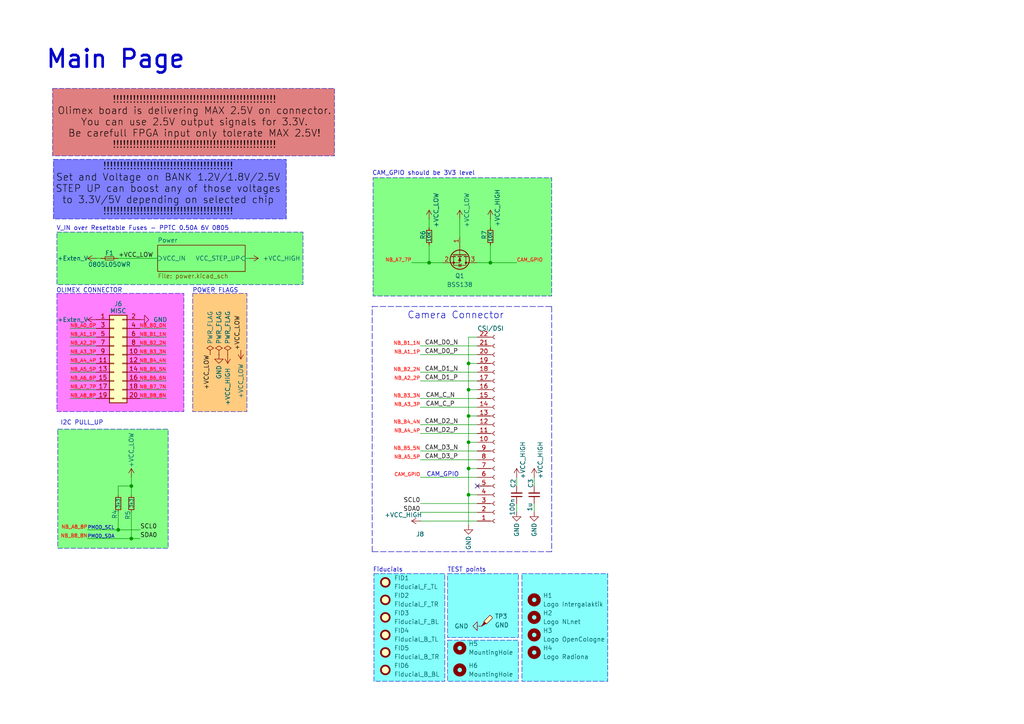
<source format=kicad_sch>
(kicad_sch (version 20231120) (generator "eeschema") (generator_version "8.0")
  (paper "A4")
  (title_block (title "${project_name} ${project_version}") (date "2024-12-02") (rev "${project_version}") (company "${project_creator}") (comment 1 "${project_license}"))
  (lib_symbols
    (symbol "Connector:Conn_01x22_Female" (pin_names (offset 1.016) hide)
      (property "Reference" "J" (at 0 27.94 0))
      (property "Value" "Conn_01x22_Female" (at 0 -30.48 0))
      (symbol "Conn_01x22_Female_1_1"
        (arc (start 0 -27.432) (mid -0.5058 -27.94) (end 0 -28.448) (stroke (width 0.1524)))
        (arc (start 0 -24.892) (mid -0.5058 -25.4) (end 0 -25.908) (stroke (width 0.1524)))
        (arc (start 0 -22.352) (mid -0.5058 -22.86) (end 0 -23.368) (stroke (width 0.1524)))
        (arc (start 0 -19.812) (mid -0.5058 -20.32) (end 0 -20.828) (stroke (width 0.1524)))
        (arc (start 0 -17.272) (mid -0.5058 -17.78) (end 0 -18.288) (stroke (width 0.1524)))
        (arc (start 0 -14.732) (mid -0.5058 -15.24) (end 0 -15.748) (stroke (width 0.1524)))
        (arc (start 0 -12.192) (mid -0.5058 -12.7) (end 0 -13.208) (stroke (width 0.1524)))
        (arc (start 0 -9.652) (mid -0.5058 -10.16) (end 0 -10.668) (stroke (width 0.1524)))
        (arc (start 0 -7.112) (mid -0.5058 -7.62) (end 0 -8.128) (stroke (width 0.1524)))
        (arc (start 0 -4.572) (mid -0.5058 -5.08) (end 0 -5.588) (stroke (width 0.1524)))
        (arc (start 0 -2.032) (mid -0.5058 -2.54) (end 0 -3.048) (stroke (width 0.1524)))
        (polyline (pts (xy -1.27 -27.94) (xy -0.508 -27.94)) (stroke (width 0.1524)))
        (polyline (pts (xy -1.27 -25.4) (xy -0.508 -25.4)) (stroke (width 0.1524)))
        (polyline (pts (xy -1.27 -22.86) (xy -0.508 -22.86)) (stroke (width 0.1524)))
        (polyline (pts (xy -1.27 -20.32) (xy -0.508 -20.32)) (stroke (width 0.1524)))
        (polyline (pts (xy -1.27 -17.78) (xy -0.508 -17.78)) (stroke (width 0.1524)))
        (polyline (pts (xy -1.27 -15.24) (xy -0.508 -15.24)) (stroke (width 0.1524)))
        (polyline (pts (xy -1.27 -12.7) (xy -0.508 -12.7)) (stroke (width 0.1524)))
        (polyline (pts (xy -1.27 -10.16) (xy -0.508 -10.16)) (stroke (width 0.1524)))
        (polyline (pts (xy -1.27 -7.62) (xy -0.508 -7.62)) (stroke (width 0.1524)))
        (polyline (pts (xy -1.27 -5.08) (xy -0.508 -5.08)) (stroke (width 0.1524)))
        (polyline (pts (xy -1.27 -2.54) (xy -0.508 -2.54)) (stroke (width 0.1524)))
        (polyline (pts (xy -1.27 0) (xy -0.508 0)) (stroke (width 0.1524)))
        (polyline (pts (xy -1.27 2.54) (xy -0.508 2.54)) (stroke (width 0.1524)))
        (polyline (pts (xy -1.27 5.08) (xy -0.508 5.08)) (stroke (width 0.1524)))
        (polyline (pts (xy -1.27 7.62) (xy -0.508 7.62)) (stroke (width 0.1524)))
        (polyline (pts (xy -1.27 10.16) (xy -0.508 10.16)) (stroke (width 0.1524)))
        (polyline (pts (xy -1.27 12.7) (xy -0.508 12.7)) (stroke (width 0.1524)))
        (polyline (pts (xy -1.27 15.24) (xy -0.508 15.24)) (stroke (width 0.1524)))
        (polyline (pts (xy -1.27 17.78) (xy -0.508 17.78)) (stroke (width 0.1524)))
        (polyline (pts (xy -1.27 20.32) (xy -0.508 20.32)) (stroke (width 0.1524)))
        (polyline (pts (xy -1.27 22.86) (xy -0.508 22.86)) (stroke (width 0.1524)))
        (polyline (pts (xy -1.27 25.4) (xy -0.508 25.4)) (stroke (width 0.1524)))
        (arc (start 0 0.508) (mid -0.5058 0) (end 0 -0.508) (stroke (width 0.1524)))
        (arc (start 0 3.048) (mid -0.5058 2.54) (end 0 2.032) (stroke (width 0.1524)))
        (arc (start 0 5.588) (mid -0.5058 5.08) (end 0 4.572) (stroke (width 0.1524)))
        (arc (start 0 8.128) (mid -0.5058 7.62) (end 0 7.112) (stroke (width 0.1524)))
        (arc (start 0 10.668) (mid -0.5058 10.16) (end 0 9.652) (stroke (width 0.1524)))
        (arc (start 0 13.208) (mid -0.5058 12.7) (end 0 12.192) (stroke (width 0.1524)))
        (arc (start 0 15.748) (mid -0.5058 15.24) (end 0 14.732) (stroke (width 0.1524)))
        (arc (start 0 18.288) (mid -0.5058 17.78) (end 0 17.272) (stroke (width 0.1524)))
        (arc (start 0 20.828) (mid -0.5058 20.32) (end 0 19.812) (stroke (width 0.1524)))
        (arc (start 0 23.368) (mid -0.5058 22.86) (end 0 22.352) (stroke (width 0.1524)))
        (arc (start 0 25.908) (mid -0.5058 25.4) (end 0 24.892) (stroke (width 0.1524)))
        (pin passive line (at -5.08 25.4 0) (length 3.81) (name "Pin_1") (number "1"))
        (pin passive line (at -5.08 2.54 0) (length 3.81) (name "Pin_10") (number "10"))
        (pin passive line (at -5.08 0 0) (length 3.81) (name "Pin_11") (number "11"))
        (pin passive line (at -5.08 -2.54 0) (length 3.81) (name "Pin_12") (number "12"))
        (pin passive line (at -5.08 -5.08 0) (length 3.81) (name "Pin_13") (number "13"))
        (pin passive line (at -5.08 -7.62 0) (length 3.81) (name "Pin_14") (number "14"))
        (pin passive line (at -5.08 -10.16 0) (length 3.81) (name "Pin_15") (number "15"))
        (pin passive line (at -5.08 -12.7 0) (length 3.81) (name "Pin_16") (number "16"))
        (pin passive line (at -5.08 -15.24 0) (length 3.81) (name "Pin_17") (number "17"))
        (pin passive line (at -5.08 -17.78 0) (length 3.81) (name "Pin_18") (number "18"))
        (pin passive line (at -5.08 -20.32 0) (length 3.81) (name "Pin_19") (number "19"))
        (pin passive line (at -5.08 22.86 0) (length 3.81) (name "Pin_2") (number "2"))
        (pin passive line (at -5.08 -22.86 0) (length 3.81) (name "Pin_20") (number "20"))
        (pin passive line (at -5.08 -25.4 0) (length 3.81) (name "Pin_21") (number "21"))
        (pin passive line (at -5.08 -27.94 0) (length 3.81) (name "Pin_22") (number "22"))
        (pin passive line (at -5.08 20.32 0) (length 3.81) (name "Pin_3") (number "3"))
        (pin passive line (at -5.08 17.78 0) (length 3.81) (name "Pin_4") (number "4"))
        (pin passive line (at -5.08 15.24 0) (length 3.81) (name "Pin_5") (number "5"))
        (pin passive line (at -5.08 12.7 0) (length 3.81) (name "Pin_6") (number "6"))
        (pin passive line (at -5.08 10.16 0) (length 3.81) (name "Pin_7") (number "7"))
        (pin passive line (at -5.08 7.62 0) (length 3.81) (name "Pin_8") (number "8"))
        (pin passive line (at -5.08 5.08 0) (length 3.81) (name "Pin_9") (number "9"))
      )
    )
    (symbol "Connector:TestPoint_Probe" (pin_numbers hide) (pin_names (offset 0.762) hide)
      (property "Reference" "TP" (at 1.651 5.842 0))
      (property "Value" "TestPoint_Probe" (at 1.651 4.064 0))
      (symbol "TestPoint_Probe_0_1"
        (polyline (pts (xy 1.27 0.762) (xy 0 0) (xy 0.762 1.27) (xy 1.27 0.762)) (fill (type outline)))
        (polyline (pts (xy 1.397 0.635) (xy 0.635 1.397) (xy 2.413 3.175) (xy 3.175 2.413) (xy 1.397 0.635)) (fill (type background)))
      )
      (symbol "TestPoint_Probe_1_1"
        (pin passive line (at 0 0 90) (length 0) (name "1") (number "1"))
      )
    )
    (symbol "Connector_Generic:Conn_02x10_Odd_Even" (pin_names (offset 1.016) hide)
      (property "Reference" "J" (at 1.27 12.7 0))
      (property "Value" "Conn_02x10_Odd_Even" (at 1.27 -15.24 0))
      (symbol "Conn_02x10_Odd_Even_1_1"
        (rectangle (start -1.27 -12.573) (end 0 -12.827) (stroke (width 0.1524)))
        (rectangle (start -1.27 -10.033) (end 0 -10.287) (stroke (width 0.1524)))
        (rectangle (start -1.27 -7.493) (end 0 -7.747) (stroke (width 0.1524)))
        (rectangle (start -1.27 -4.953) (end 0 -5.207) (stroke (width 0.1524)))
        (rectangle (start -1.27 -2.413) (end 0 -2.667) (stroke (width 0.1524)))
        (rectangle (start -1.27 0.127) (end 0 -0.127) (stroke (width 0.1524)))
        (rectangle (start -1.27 2.667) (end 0 2.413) (stroke (width 0.1524)))
        (rectangle (start -1.27 5.207) (end 0 4.953) (stroke (width 0.1524)))
        (rectangle (start -1.27 7.747) (end 0 7.493) (stroke (width 0.1524)))
        (rectangle (start -1.27 10.287) (end 0 10.033) (stroke (width 0.1524)))
        (rectangle (start -1.27 11.43) (end 3.81 -13.97) (stroke (width 0.254)) (fill (type background)))
        (rectangle (start 3.81 -12.573) (end 2.54 -12.827) (stroke (width 0.1524)))
        (rectangle (start 3.81 -10.033) (end 2.54 -10.287) (stroke (width 0.1524)))
        (rectangle (start 3.81 -7.493) (end 2.54 -7.747) (stroke (width 0.1524)))
        (rectangle (start 3.81 -4.953) (end 2.54 -5.207) (stroke (width 0.1524)))
        (rectangle (start 3.81 -2.413) (end 2.54 -2.667) (stroke (width 0.1524)))
        (rectangle (start 3.81 0.127) (end 2.54 -0.127) (stroke (width 0.1524)))
        (rectangle (start 3.81 2.667) (end 2.54 2.413) (stroke (width 0.1524)))
        (rectangle (start 3.81 5.207) (end 2.54 4.953) (stroke (width 0.1524)))
        (rectangle (start 3.81 7.747) (end 2.54 7.493) (stroke (width 0.1524)))
        (rectangle (start 3.81 10.287) (end 2.54 10.033) (stroke (width 0.1524)))
        (pin passive line (at -5.08 10.16 0) (length 3.81) (name "Pin_1") (number "1"))
        (pin passive line (at 7.62 0 180) (length 3.81) (name "Pin_10") (number "10"))
        (pin passive line (at -5.08 -2.54 0) (length 3.81) (name "Pin_11") (number "11"))
        (pin passive line (at 7.62 -2.54 180) (length 3.81) (name "Pin_12") (number "12"))
        (pin passive line (at -5.08 -5.08 0) (length 3.81) (name "Pin_13") (number "13"))
        (pin passive line (at 7.62 -5.08 180) (length 3.81) (name "Pin_14") (number "14"))
        (pin passive line (at -5.08 -7.62 0) (length 3.81) (name "Pin_15") (number "15"))
        (pin passive line (at 7.62 -7.62 180) (length 3.81) (name "Pin_16") (number "16"))
        (pin passive line (at -5.08 -10.16 0) (length 3.81) (name "Pin_17") (number "17"))
        (pin passive line (at 7.62 -10.16 180) (length 3.81) (name "Pin_18") (number "18"))
        (pin passive line (at -5.08 -12.7 0) (length 3.81) (name "Pin_19") (number "19"))
        (pin passive line (at 7.62 10.16 180) (length 3.81) (name "Pin_2") (number "2"))
        (pin passive line (at 7.62 -12.7 180) (length 3.81) (name "Pin_20") (number "20"))
        (pin passive line (at -5.08 7.62 0) (length 3.81) (name "Pin_3") (number "3"))
        (pin passive line (at 7.62 7.62 180) (length 3.81) (name "Pin_4") (number "4"))
        (pin passive line (at -5.08 5.08 0) (length 3.81) (name "Pin_5") (number "5"))
        (pin passive line (at 7.62 5.08 180) (length 3.81) (name "Pin_6") (number "6"))
        (pin passive line (at -5.08 2.54 0) (length 3.81) (name "Pin_7") (number "7"))
        (pin passive line (at 7.62 2.54 180) (length 3.81) (name "Pin_8") (number "8"))
        (pin passive line (at -5.08 0 0) (length 3.81) (name "Pin_9") (number "9"))
      )
    )
    (symbol "Device:C_Small" (pin_numbers hide) (pin_names (offset 0.254) hide)
      (property "Reference" "C" (at 0.254 1.778 0))
      (property "Value" "C_Small" (at 0.254 -2.032 0))
      (symbol "C_Small_0_1"
        (polyline (pts (xy -1.524 -0.508) (xy 1.524 -0.508)) (stroke (width 0.3302)))
        (polyline (pts (xy -1.524 0.508) (xy 1.524 0.508)) (stroke (width 0.3048)))
      )
      (symbol "C_Small_1_1"
        (pin passive line (at 0 2.54 270) (length 2.032) (name "~") (number "1"))
        (pin passive line (at 0 -2.54 90) (length 2.032) (name "~") (number "2"))
      )
    )
    (symbol "Device:Fuse_Small" (pin_numbers hide) (pin_names (offset 0.254) hide)
      (property "Reference" "F" (at 0 -1.524 0))
      (property "Value" "Fuse_Small" (at 0 1.524 0))
      (symbol "Fuse_Small_0_1"
        (rectangle (start -1.27 0.508) (end 1.27 -0.508))
        (polyline (pts (xy -1.27 0) (xy 1.27 0)))
      )
      (symbol "Fuse_Small_1_1"
        (pin passive line (at -2.54 0 0) (length 1.27) (name "~") (number "1"))
        (pin passive line (at 2.54 0 180) (length 1.27) (name "~") (number "2"))
      )
    )
    (symbol "Device:R_Small" (pin_numbers hide) (pin_names (offset 0.254) hide)
      (property "Reference" "R" (at 0.762 0.508 0))
      (property "Value" "R_Small" (at 0.762 -1.016 0))
      (symbol "R_Small_0_1"
        (rectangle (start -0.762 1.778) (end 0.762 -1.778) (stroke (width 0.2032)))
      )
      (symbol "R_Small_1_1"
        (pin passive line (at 0 2.54 270) (length 0.762) (name "~") (number "1"))
        (pin passive line (at 0 -2.54 90) (length 0.762) (name "~") (number "2"))
      )
    )
    (symbol "Mechanical:Fiducial" (exclude_from_sim yes) (in_bom no)
      (property "Reference" "FID" (at 0 5.08 0))
      (property "Value" "Fiducial" (at 0 3.175 0))
      (symbol "Fiducial_0_1"
        (circle (center 0 0) (radius 1.27) (stroke (width 0.508)) (fill (type background)))
      )
    )
    (symbol "Mechanical:MountingHole" (pin_names (offset 1.016)) (exclude_from_sim yes) (in_bom no)
      (property "Reference" "H" (at 0 5.08 0))
      (property "Value" "MountingHole" (at 0 3.175 0))
      (symbol "MountingHole_0_1"
        (circle (center 0 0) (radius 1.27) (stroke (width 1.27)))
      )
    )
    (symbol "Transistor_FET:BSS138" (pin_names hide)
      (property "Reference" "Q" (at 5.08 1.905 0))
      (property "Value" "BSS138" (at 5.08 0 0))
      (symbol "BSS138_0_1"
        (polyline (pts (xy 0.254 0) (xy -2.54 0)))
        (polyline (pts (xy 0.254 1.905) (xy 0.254 -1.905)) (stroke (width 0.254)))
        (polyline (pts (xy 0.762 -1.27) (xy 0.762 -2.286)) (stroke (width 0.254)))
        (polyline (pts (xy 0.762 0.508) (xy 0.762 -0.508)) (stroke (width 0.254)))
        (polyline (pts (xy 0.762 2.286) (xy 0.762 1.27)) (stroke (width 0.254)))
        (polyline (pts (xy 2.54 2.54) (xy 2.54 1.778)))
        (polyline (pts (xy 2.54 -2.54) (xy 2.54 0) (xy 0.762 0)))
        (polyline (pts (xy 0.762 -1.778) (xy 3.302 -1.778) (xy 3.302 1.778) (xy 0.762 1.778)))
        (polyline (pts (xy 1.016 0) (xy 2.032 0.381) (xy 2.032 -0.381) (xy 1.016 0)) (fill (type outline)))
        (polyline (pts (xy 2.794 0.508) (xy 2.921 0.381) (xy 3.683 0.381) (xy 3.81 0.254)))
        (polyline (pts (xy 3.302 0.381) (xy 2.921 -0.254) (xy 3.683 -0.254) (xy 3.302 0.381)))
        (circle (center 1.651 0) (radius 2.794) (stroke (width 0.254)))
        (circle (center 2.54 -1.778) (radius 0.254) (fill (type outline)))
        (circle (center 2.54 1.778) (radius 0.254) (fill (type outline)))
      )
      (symbol "BSS138_1_1"
        (pin input line (at -5.08 0 0) (length 2.54) (name "G") (number "1"))
        (pin passive line (at 2.54 -5.08 90) (length 2.54) (name "S") (number "2"))
        (pin passive line (at 2.54 5.08 270) (length 2.54) (name "D") (number "3"))
      )
    )
    (symbol "power:+2V5" (power) (pin_numbers hide) (pin_names (offset 0) hide)
      (property "Value" "+2V5" (at 0 3.556 0))
      (symbol "+2V5_0_1"
        (polyline (pts (xy -0.762 1.27) (xy 0 2.54)))
        (polyline (pts (xy 0 0) (xy 0 2.54)))
        (polyline (pts (xy 0 2.54) (xy 0.762 1.27)))
      )
      (symbol "+2V5_1_1"
        (pin power_in line (at 0 0 90) (length 0) (name "~") (number "1"))
      )
    )
    (symbol "power:GND" (power) (pin_numbers hide) (pin_names (offset 0) hide)
      (property "Value" "GND" (at 0 -3.81 0))
      (symbol "GND_0_1"
        (polyline (pts (xy 0 0) (xy 0 -1.27) (xy 1.27 -1.27) (xy 0 -2.54) (xy -1.27 -1.27) (xy 0 -1.27)))
      )
      (symbol "GND_1_1"
        (pin power_in line (at 0 0 270) (length 0) (name "~") (number "1"))
      )
    )
    (symbol "power:PWR_FLAG" (power) (pin_numbers hide) (pin_names (offset 0) hide)
      (property "Value" "PWR_FLAG" (at 0 3.81 0))
      (symbol "PWR_FLAG_0_0"
        (pin power_out line (at 0 0 90) (length 0) (name "~") (number "1"))
      )
      (symbol "PWR_FLAG_0_1"
        (polyline (pts (xy 0 0) (xy 0 1.27) (xy -1.016 1.905) (xy 0 2.54) (xy 1.016 1.905) (xy 0 1.27)))
      )
    )
  )
  (junction (at 135.89 128.27))
  (junction (at 135.89 105.41))
  (junction (at 142.24 76.2))
  (junction (at 34.29 153.67))
  (junction (at 135.89 143.51))
  (junction (at 135.89 135.89))
  (junction (at 38.1 156.21))
  (junction (at 135.89 120.65))
  (junction (at 124.46 76.2))
  (junction (at 135.89 113.03))
  (junction (at 38.1 140.97))
  (no_connect (at 138.43 140.97))
  (wire (pts (xy 154.94 146.05) (xy 154.94 148.59)))
  (wire (pts (xy 34.29 140.97) (xy 38.1 140.97)))
  (wire (pts (xy 121.92 115.57) (xy 138.43 115.57)))
  (wire (pts (xy 135.89 97.79) (xy 135.89 105.41)))
  (wire (pts (xy 135.89 120.65) (xy 135.89 128.27)))
  (wire (pts (xy 40.64 113.03) (xy 48.26 113.03)))
  (wire (pts (xy 34.29 74.93) (xy 45.72 74.93)))
  (wire (pts (xy 40.64 107.95) (xy 48.26 107.95)))
  (wire (pts (xy 135.89 135.89) (xy 135.89 143.51)))
  (wire (pts (xy 121.92 107.95) (xy 138.43 107.95)))
  (wire (pts (xy 34.29 143.51) (xy 34.29 140.97)))
  (wire (pts (xy 149.86 146.05) (xy 149.86 148.59)))
  (wire (pts (xy 121.92 123.19) (xy 138.43 123.19)))
  (wire (pts (xy 20.32 110.49) (xy 27.94 110.49)))
  (wire (pts (xy 138.43 138.43) (xy 121.92 138.43)))
  (wire (pts (xy 133.35 63.5) (xy 133.35 68.58)))
  (wire (pts (xy 20.32 107.95) (xy 27.94 107.95)))
  (wire (pts (xy 72.39 74.93) (xy 71.12 74.93)))
  (wire (pts (xy 38.1 148.59) (xy 38.1 156.21)))
  (wire (pts (xy 135.89 128.27) (xy 138.43 128.27)))
  (polyline (pts (xy 160.02 160.02) (xy 107.95 160.02)) (stroke (width 0) (type dash)))
  (wire (pts (xy 135.89 135.89) (xy 138.43 135.89)))
  (wire (pts (xy 34.29 148.59) (xy 34.29 153.67)))
  (wire (pts (xy 135.89 143.51) (xy 135.89 152.4)))
  (wire (pts (xy 135.89 143.51) (xy 138.43 143.51)))
  (wire (pts (xy 20.32 102.87) (xy 27.94 102.87)))
  (wire (pts (xy 124.46 66.04) (xy 124.46 63.5)))
  (wire (pts (xy 138.43 97.79) (xy 135.89 97.79)))
  (wire (pts (xy 135.89 105.41) (xy 138.43 105.41)))
  (wire (pts (xy 40.64 105.41) (xy 48.26 105.41)))
  (wire (pts (xy 40.64 102.87) (xy 48.26 102.87)))
  (polyline (pts (xy 107.95 160.02) (xy 107.95 88.9)) (stroke (width 0) (type dash)))
  (wire (pts (xy 121.92 133.35) (xy 138.43 133.35)))
  (wire (pts (xy 20.32 113.03) (xy 27.94 113.03)))
  (wire (pts (xy 20.32 115.57) (xy 27.94 115.57)))
  (wire (pts (xy 124.46 71.12) (xy 124.46 76.2)))
  (wire (pts (xy 142.24 71.12) (xy 142.24 76.2)))
  (wire (pts (xy 121.92 100.33) (xy 138.43 100.33)))
  (wire (pts (xy 38.1 140.97) (xy 38.1 143.51)))
  (wire (pts (xy 40.64 100.33) (xy 48.26 100.33)))
  (wire (pts (xy 40.64 110.49) (xy 48.26 110.49)))
  (wire (pts (xy 121.92 130.81) (xy 138.43 130.81)))
  (wire (pts (xy 135.89 113.03) (xy 135.89 120.65)))
  (wire (pts (xy 38.1 138.43) (xy 38.1 140.97)))
  (wire (pts (xy 40.64 95.25) (xy 48.26 95.25)))
  (wire (pts (xy 20.32 100.33) (xy 27.94 100.33)))
  (wire (pts (xy 40.64 115.57) (xy 48.26 115.57)))
  (polyline (pts (xy 160.02 88.9) (xy 160.02 160.02)) (stroke (width 0) (type dash)))
  (wire (pts (xy 124.46 76.2) (xy 128.27 76.2)))
  (wire (pts (xy 34.29 153.67) (xy 40.64 153.67)))
  (wire (pts (xy 20.32 95.25) (xy 27.94 95.25)))
  (polyline (pts (xy 107.95 88.9) (xy 160.02 88.9)) (stroke (width 0) (type dash)))
  (wire (pts (xy 121.92 125.73) (xy 138.43 125.73)))
  (wire (pts (xy 119.38 76.2) (xy 124.46 76.2)))
  (wire (pts (xy 25.4 153.67) (xy 34.29 153.67)))
  (wire (pts (xy 142.24 76.2) (xy 149.86 76.2)))
  (wire (pts (xy 27.94 74.93) (xy 29.21 74.93)))
  (wire (pts (xy 154.94 138.43) (xy 154.94 140.97)))
  (wire (pts (xy 121.92 118.11) (xy 138.43 118.11)))
  (wire (pts (xy 25.4 156.21) (xy 38.1 156.21)))
  (wire (pts (xy 138.43 76.2) (xy 142.24 76.2)))
  (wire (pts (xy 142.24 66.04) (xy 142.24 63.5)))
  (wire (pts (xy 40.64 97.79) (xy 48.26 97.79)))
  (wire (pts (xy 138.43 151.13) (xy 121.92 151.13)))
  (wire (pts (xy 135.89 113.03) (xy 138.43 113.03)))
  (wire (pts (xy 138.43 146.05) (xy 121.92 146.05)))
  (wire (pts (xy 135.89 128.27) (xy 135.89 135.89)))
  (wire (pts (xy 149.86 138.43) (xy 149.86 140.97)))
  (wire (pts (xy 38.1 156.21) (xy 40.64 156.21)))
  (wire (pts (xy 121.92 102.87) (xy 138.43 102.87)))
  (wire (pts (xy 135.89 105.41) (xy 135.89 113.03)))
  (wire (pts (xy 20.32 97.79) (xy 27.94 97.79)))
  (wire (pts (xy 20.32 105.41) (xy 27.94 105.41)))
  (wire (pts (xy 135.89 120.65) (xy 138.43 120.65)))
  (wire (pts (xy 138.43 148.59) (xy 121.92 148.59)))
  (wire (pts (xy 121.92 110.49) (xy 138.43 110.49)))
  (rectangle (start 108.458 166.37) (end 129.032 197.612) (stroke (width 0.127) (type dash)) (fill (type color) (color 0 255 246 0.48)))
  (rectangle (start 151.384 166.37) (end 176.276 197.612) (stroke (width 0.127) (type dash)) (fill (type color) (color 0 255 246 0.48)))
  (rectangle (start 16.764 124.46) (end 48.768 159.004) (stroke (width 0.127) (type dash)) (fill (type color) (color 2 255 0 0.48)))
  (rectangle (start 16.51 67.31) (end 87.884 82.55) (stroke (width 0.127) (type dash)) (fill (type color) (color 0 255 0 0.5)))
  (rectangle (start 16.51 85.09) (end 53.34 119.38) (stroke (width 0.127) (type dash)) (fill (type color) (color 255 0 255 0.5)))
  (rectangle (start 129.794 185.674) (end 150.368 197.612) (stroke (width 0.127) (type dash)) (fill (type color) (color 0 255 246 0.48)))
  (rectangle (start 108.204 51.562) (end 160.02 85.852) (stroke (width 0.127) (type dash)) (fill (type color) (color 2 255 0 0.48)))
  (rectangle (start 129.794 166.37) (end 150.368 184.912) (stroke (width 0.127) (type dash)) (fill (type color) (color 0 255 246 0.48)))
  (rectangle (start 55.88 85.09) (end 71.628 119.38) (stroke (width 0.127) (type dash)) (fill (type color) (color 255 153 0 0.5)))
  (rectangle (start 15.494 46.228) (end 83.058 63.5) (stroke (width 0.127) (type dash)) (fill (type color) (color 0 0 255 0.5)))
  (rectangle (start 15.24 25.654) (end 97.028 45.212) (stroke (width 0.127) (type dash)) (fill (type color) (color 194 0 0 0.5)))
  (text "Camera Connector" (at 118.11 92.71 0) (effects (font (size 2.0066 2.0066)) (justify left bottom)))
  (text "TEST points" (at 135.382 165.354 0) (effects (font (size 1.27 1.27))))
  (text "I2C PULL_UP" (at 17.526 123.444 0) (effects (font (size 1.27 1.27)) (justify left bottom)))
  (text "POWER FLAGS" (at 62.484 84.328 0) (effects (font (size 1.27 1.27))))
  (text "V_IN over Resettable Fuses - PPTC 0.50A 6V 0805" (at 41.402 66.294 0) (effects (font (size 1.27 1.27))))
  (text "!!!!!!!!!!!!!!!!!!!!!!!!!!!!!!!!!!!!!!!!!!!!!!!!!\nOlimex board is delivering MAX 2.5V on connector.\nYou can use 2.5V output signals for 3.3V.\nBe carefull FPGA input only tolerate MAX 2.5V!\n!!!!!!!!!!!!!!!!!!!!!!!!!!!!!!!!!!!!!!!!!!!!!!!!!" (at 56.388 35.56 0) (effects (font (size 2.032 2.032))))
  (text "CAM_GPIO should be 3V3 level" (at 107.95 51.054 0) (effects (font (size 1.27 1.27)) (justify left bottom)))
  (text "PMOD_SCL" (at 33.274 153.162 0) (effects (font (size 1 1)) (justify right)))
  (text "Fiducials" (at 112.522 165.354 0) (effects (font (size 1.27 1.27))))
  (text "CAM_GPIO" (at 123.698 138.43 0) (effects (font (size 1.27 1.27)) (justify left bottom)))
  (text "OLIMEX CONNECTOR" (at 25.908 84.328 0) (effects (font (size 1.27 1.27))))
  (text "PMOD_SDA" (at 33.274 155.702 0) (effects (font (size 1 1)) (justify right)))
  (text "Main Page" (at 33.528 17.272 0) (effects (font (size 5.08 5.08) (thickness 0.762) (bold yes))))
  (text "!!!!!!!!!!!!!!!!!!!!!!!!!!!!!!!!!!!!!!!\nSet and Voltage on BANK 1.2V/1.8V/2.5V\nSTEP UP can boost any of those voltages\nto 3.3V/5V depending on selected chip\n!!!!!!!!!!!!!!!!!!!!!!!!!!!!!!!!!!!!!!!\n" (at 48.768 54.864 0) (effects (font (size 2.032 2.032))))
  (label "CAM_C_N" (at 123.444 115.57 0))
  (label "NB_B1_1N" (at 121.92 100.33 180) (effects (font (size 1.016 1.016))))
  (label "NB_B5_5N" (at 48.26 107.95 180) (effects (font (size 1.016 1.016))))
  (label "NB_A7_7P" (at 20.32 113.03 0) (effects (font (size 1.016 1.016))))
  (label "NB_B4_4N" (at 48.26 105.41 180) (effects (font (size 1.016 1.016))))
  (label "NB_A8_8P" (at 20.32 115.57 0) (effects (font (size 1.016 1.016))))
  (label "CAM_GPIO" (at 121.92 138.43 180) (effects (font (size 1.016 1.016))))
  (label "CAM_D2_N" (at 123.19 123.19 0))
  (label "CAM_D1_N" (at 123.19 107.95 0))
  (label "CAM_D3_N" (at 123.19 130.81 0))
  (label "CAM_D3_P" (at 123.19 133.35 0))
  (label "CAM_D0_P" (at 123.19 102.87 0))
  (label "NB_B4_4N" (at 121.92 123.19 180) (effects (font (size 1.016 1.016))))
  (label "NB_A5_5P" (at 121.92 133.35 180) (effects (font (size 1.016 1.016))))
  (label "+VCC_LOW" (at 69.85 101.6 90))
  (label "NB_B8_8N" (at 48.26 115.57 180) (effects (font (size 1.016 1.016))))
  (label "NB_B3_3N" (at 121.92 115.57 180) (effects (font (size 1.016 1.016))))
  (label "NB_A6_6P" (at 20.32 110.49 0) (effects (font (size 1.016 1.016))))
  (label "NB_A5_5P" (at 20.32 107.95 0) (effects (font (size 1.016 1.016))))
  (label "NB_A2_2P" (at 20.32 100.33 0) (effects (font (size 1.016 1.016))))
  (label "NB_A0_0P" (at 20.32 95.25 0) (effects (font (size 1.016 1.016))))
  (label "NB_A3_3P" (at 121.92 118.11 180) (effects (font (size 1.016 1.016))))
  (label "CAM_C_P" (at 123.444 118.11 0))
  (label "+VCC_LOW" (at 60.96 102.87 270))
  (label "NB_B2_2N" (at 48.26 100.33 180) (effects (font (size 1.016 1.016))))
  (label "NB_B6_6N" (at 48.26 110.49 180) (effects (font (size 1.016 1.016))))
  (label "NB_B7_7N" (at 48.26 113.03 180) (effects (font (size 1.016 1.016))))
  (label "SDA0" (at 40.64 156.21 0))
  (label "NB_A1_1P" (at 20.32 97.79 0) (effects (font (size 1.016 1.016))))
  (label "NB_A1_1P" (at 121.92 102.87 180) (effects (font (size 1.016 1.016))))
  (label "+VCC_LOW" (at 34.29 74.93 0))
  (label "NB_A4_4P" (at 121.92 125.73 180) (effects (font (size 1.016 1.016))))
  (label "NB_B1_1N" (at 48.26 97.79 180) (effects (font (size 1.016 1.016))))
  (label "NB_A4_4P" (at 20.32 105.41 0) (effects (font (size 1.016 1.016))))
  (label "NB_B3_3N" (at 48.26 102.87 180) (effects (font (size 1.016 1.016))))
  (label "CAM_D2_P" (at 123.19 125.73 0))
  (label "CAM_GPIO" (at 149.86 76.2 0) (effects (font (size 1.016 1.016))))
  (label "NB_A3_3P" (at 20.32 102.87 0) (effects (font (size 1.016 1.016))))
  (label "CAM_D0_N" (at 123.19 100.33 0))
  (label "SDA0" (at 121.92 148.59 180))
  (label "CAM_D1_P" (at 123.19 110.49 0))
  (label "NB_A7_7P" (at 119.38 76.2 180) (effects (font (size 1.016 1.016))))
  (label "NB_B0_0N" (at 48.26 95.25 180) (effects (font (size 1.016 1.016))))
  (label "NB_B5_5N" (at 121.92 130.81 180) (effects (font (size 1.016 1.016))))
  (label "NB_A2_2P" (at 121.92 110.49 180) (effects (font (size 1.016 1.016))))
  (label "SCL0" (at 121.92 146.05 180))
  (label "NB_B8_8N" (at 25.4 156.21 180) (effects (font (size 1.016 1.016))))
  (label "SCL0" (at 40.64 153.67 0))
  (label "NB_A8_8P" (at 25.4 153.67 180) (effects (font (size 1.016 1.016))))
  (label "NB_B2_2N" (at 121.92 107.95 180) (effects (font (size 1.016 1.016))))
  (symbol (lib_id "Connector:Conn_01x22_Female") (at 143.51 125.73 0) (mirror x) (unit 1)
    (property "Reference" "J8" (at 120.65 154.94 0) (effects (justify left)))
    (property "Value" "CSI/DSI" (at 138.43 95.25 0) (effects (justify left)))
    (property "Footprint" "Connector_FFC-FPC:Hirose_FH12-22S-0.5SH_1x22-1MP_P0.50mm_Horizontal" (effects (hide yes)))
    (property "Field4" "Mouser" (effects (hide yes)))
    (property "Field5" "798-FH12-22S-0.5SH55" (effects (hide yes)))
    (property "Field6" "FH12-22S-0.5SH55" (effects (hide yes)))
    (property "Field7" "Hirose" (effects (hide yes)))
    (property "Part Description" "22 Position FFC, FPC Connector Contacts, Bottom 0.020\" (0.50mm) Surface Mount, Right Angle" (effects (hide yes)))
  )
  (symbol (lib_id "Mechanical:Fiducial") (at 111.76 189.23 0) (unit 1) (exclude_from_sim yes) (in_bom no)
    (property "Reference" "FID5" (at 114.3 187.9599 0) (effects (justify left)))
    (property "Value" "Fiducial_B_TR" (at 114.3 190.4999 0) (effects (justify left)))
    (property "Footprint" "Fiducial:Fiducial_0.5mm_Mask1mm" (effects (hide yes)))
    (property "Description" "Fiducial Marker" (effects (hide yes)))
  )
  (symbol (lib_id "power:GND") (at 63.5 102.87 0) (unit 1)
    (property "Reference" "#PWR012" (effects (hide yes)))
    (property "Value" "GND" (at 63.5 107.95 90))
    (property "Description" "Power symbol creates a global label with name \"GND\" , ground" (effects (hide yes)))
  )
  (symbol (lib_id "power:+2V5") (at 124.46 63.5 0) (unit 1)
    (property "Reference" "#PWR019" (effects (hide yes)))
    (property "Value" "+VCC_LOW" (at 126.492 66.04 90) (effects (justify left)))
    (property "Description" "Power symbol creates a global label with name \"+2V5\"" (effects (hide yes)))
  )
  (symbol (lib_id "Mechanical:MountingHole") (at 154.94 173.99 0) (unit 1) (exclude_from_sim yes) (in_bom no)
    (property "Reference" "H1" (at 157.48 172.7199 0) (effects (justify left)))
    (property "Value" "Logo Intergalaktik" (at 157.48 175.2599 0) (effects (justify left)))
    (property "Footprint" "intergalaktik:intergalaktik" (effects (hide yes)))
    (property "Description" "Mounting Hole without connection" (effects (hide yes)))
  )
  (symbol (lib_id "power:+2V5") (at 154.94 138.43 0) (unit 1)
    (property "Reference" "#PWR022" (effects (hide yes)))
    (property "Value" "+VCC_HIGH" (at 156.718 138.938 90) (effects (justify left)))
    (property "Description" "Power symbol creates a global label with name \"+2V5\"" (effects (hide yes)))
  )
  (symbol (lib_id "power:GND") (at 139.7 181.61 270) (unit 1)
    (property "Reference" "#PWR05" (effects (hide yes)))
    (property "Value" "GND" (at 135.89 181.6099 90) (effects (justify right)))
    (property "Description" "Power symbol creates a global label with name \"GND\" , ground" (effects (hide yes)))
  )
  (symbol (lib_id "Device:C_Small") (at 149.86 143.51 180) (unit 1)
    (property "Reference" "C2" (at 148.844 140.208 90))
    (property "Value" "100n" (at 148.59 147.066 90))
    (property "Footprint" "Capacitor_SMD:C_0402_1005Metric" (effects (hide yes)))
    (property "Description" "Unpolarized capacitor, small symbol" (effects (hide yes)))
  )
  (symbol (lib_id "Transistor_FET:BSS138") (at 133.35 73.66 270) (unit 1)
    (property "Reference" "Q1" (at 133.35 80.01 90))
    (property "Value" "BSS138" (at 133.35 82.55 90))
    (property "Footprint" "Package_TO_SOT_SMD:SOT-23" (effects (hide yes)))
    (property "Datasheet" "https://www.onsemi.com/pub/Collateral/BSS138-D.PDF" (effects (hide yes)))
    (property "Description" "50V Vds, 0.22A Id, N-Channel MOSFET, SOT-23" (effects (hide yes)))
  )
  (symbol (lib_id "power:GND") (at 135.89 152.4 0) (unit 1)
    (property "Reference" "#PWR017" (effects (hide yes)))
    (property "Value" "GND" (at 135.89 157.48 90))
    (property "Description" "Power symbol creates a global label with name \"GND\" , ground" (effects (hide yes)))
  )
  (symbol (lib_id "power:+2V5") (at 72.39 74.93 270) (unit 1)
    (property "Reference" "#PWR010" (effects (hide yes)))
    (property "Value" "+VCC_HIGH" (at 76.2 74.9299 90) (effects (justify left)))
    (property "Description" "Power symbol creates a global label with name \"+2V5\"" (effects (hide yes)))
  )
  (symbol (lib_id "power:+2V5") (at 69.85 101.6 180) (unit 1)
    (property "Reference" "#PWR011" (effects (hide yes)))
    (property "Value" "+VCC_LOW" (at 69.8501 105.41 90) (effects (justify left)))
    (property "Description" "Power symbol creates a global label with name \"+2V5\"" (effects (hide yes)))
  )
  (symbol (lib_id "Device:C_Small") (at 154.94 143.51 180) (unit 1)
    (property "Reference" "C3" (at 153.924 140.208 90))
    (property "Value" "1u" (at 153.67 147.066 90))
    (property "Footprint" "Capacitor_SMD:C_0603_1608Metric" (effects (hide yes)))
    (property "Description" "Unpolarized capacitor, small symbol" (effects (hide yes)))
  )
  (symbol (lib_id "power:+2V5") (at 121.92 151.13 90) (unit 1)
    (property "Reference" "#PWR013" (effects (hide yes)))
    (property "Value" "+VCC_HIGH" (at 122.428 149.352 90) (effects (justify left)))
    (property "Description" "Power symbol creates a global label with name \"+2V5\"" (effects (hide yes)))
  )
  (symbol (lib_id "power:+2V5") (at 149.86 138.43 0) (unit 1)
    (property "Reference" "#PWR018" (effects (hide yes)))
    (property "Value" "+VCC_HIGH" (at 151.638 138.938 90) (effects (justify left)))
    (property "Description" "Power symbol creates a global label with name \"+2V5\"" (effects (hide yes)))
  )
  (symbol (lib_id "power:+2V5") (at 66.04 102.87 180) (unit 1)
    (property "Reference" "#PWR014" (effects (hide yes)))
    (property "Value" "+VCC_HIGH" (at 66.0401 106.68 90) (effects (justify left)))
    (property "Description" "Power symbol creates a global label with name \"+2V5\"" (effects (hide yes)))
  )
  (symbol (lib_id "Mechanical:Fiducial") (at 111.76 168.91 0) (unit 1) (exclude_from_sim yes) (in_bom no)
    (property "Reference" "FID1" (at 114.3 167.6399 0) (effects (justify left)))
    (property "Value" "Fiducial_F_TL" (at 114.3 170.1799 0) (effects (justify left)))
    (property "Footprint" "Fiducial:Fiducial_0.5mm_Mask1mm" (effects (hide yes)))
    (property "Description" "Fiducial Marker" (effects (hide yes)))
  )
  (symbol (lib_id "power:GND") (at 154.94 148.59 0) (unit 1)
    (property "Reference" "#PWR024" (effects (hide yes)))
    (property "Value" "GND" (at 154.94 153.67 90))
    (property "Description" "Power symbol creates a global label with name \"GND\" , ground" (effects (hide yes)))
  )
  (symbol (lib_id "Mechanical:MountingHole") (at 133.35 194.31 0) (unit 1) (exclude_from_sim yes) (in_bom no)
    (property "Reference" "H6" (at 135.89 193.0399 0) (effects (justify left)))
    (property "Value" "MountingHole" (at 135.89 195.5799 0) (effects (justify left)))
    (property "Footprint" "MountingHole:MountingHole_2.2mm_M2" (effects (hide yes)))
    (property "Description" "Mounting Hole without connection" (effects (hide yes)))
  )
  (symbol (lib_id "Mechanical:MountingHole") (at 154.94 189.23 0) (unit 1) (exclude_from_sim yes) (in_bom no)
    (property "Reference" "H4" (at 157.48 187.9599 0) (effects (justify left)))
    (property "Value" "Logo Radiona" (at 157.48 190.4999 0) (effects (justify left)))
    (property "Footprint" "radiona:radiona_small" (effects (hide yes)))
    (property "Description" "Mounting Hole without connection" (effects (hide yes)))
  )
  (symbol (lib_id "power:PWR_FLAG") (at 60.96 102.87 0) (unit 1)
    (property "Reference" "#FLG01" (effects (hide yes)))
    (property "Value" "PWR_FLAG" (at 60.96 94.996 90))
    (property "Description" "Special symbol for telling ERC where power comes from" (effects (hide yes)))
  )
  (symbol (lib_id "Connector:TestPoint_Probe") (at 139.7 181.61 0) (unit 1)
    (property "Reference" "TP3" (at 143.51 178.7524 0) (effects (justify left)))
    (property "Value" "GND" (at 143.51 181.2924 0) (effects (justify left)))
    (property "Footprint" "TestPoint:TestPoint_Pad_D1.0mm" (effects (hide yes)))
    (property "Description" "test point (alternative probe-style design)" (effects (hide yes)))
  )
  (symbol (lib_id "Connector_Generic:Conn_02x10_Odd_Even") (at 33.02 102.87 0) (unit 1)
    (property "Reference" "J6" (at 34.29 88.138 0))
    (property "Value" "MISC" (at 34.29 90.17 0))
    (property "Footprint" "Connector_PinSocket_2.54mm:PinSocket_2x10_P2.54mm_Vertical_SMD" (effects (hide yes)))
    (property "Description" "Generic connector, double row, 02x10, odd/even pin numbering scheme (row 1 odd numbers, row 2 even numbers), script generated (kicad-library-utils/schlib/autogen/connector/)" (effects (hide yes)))
  )
  (symbol (lib_id "Device:R_Small") (at 124.46 68.58 180) (unit 1)
    (property "Reference" "R6" (at 122.682 66.802 90) (effects (justify left)))
    (property "Value" "10K" (at 124.46 67.056 90) (effects (font (size 1 1)) (justify left)))
    (property "Footprint" "Resistor_SMD:R_0402_1005Metric" (effects (hide yes)))
    (property "Description" "Resistor, small symbol" (effects (hide yes)))
    (property "MPN" " RC0603FR-071K1L" (effects (hide yes)))
    (property "Mouser" "603-RC0603FR-071K1L" (effects (hide yes)))
  )
  (symbol (lib_id "Mechanical:Fiducial") (at 111.76 179.07 0) (unit 1) (exclude_from_sim yes) (in_bom no)
    (property "Reference" "FID3" (at 114.3 177.7999 0) (effects (justify left)))
    (property "Value" "Fiducial_F_BL" (at 114.3 180.3399 0) (effects (justify left)))
    (property "Footprint" "Fiducial:Fiducial_0.5mm_Mask1mm" (effects (hide yes)))
    (property "Description" "Fiducial Marker" (effects (hide yes)))
  )
  (symbol (lib_id "power:+2V5") (at 38.1 138.43 0) (unit 1)
    (property "Reference" "#PWR01" (effects (hide yes)))
    (property "Value" "+VCC_LOW" (at 38.1 135.636 90) (effects (justify left)))
    (property "Description" "Power symbol creates a global label with name \"+2V5\"" (effects (hide yes)))
  )
  (symbol (lib_id "power:GND") (at 149.86 148.59 0) (unit 1)
    (property "Reference" "#PWR023" (effects (hide yes)))
    (property "Value" "GND" (at 149.86 153.67 90))
    (property "Description" "Power symbol creates a global label with name \"GND\" , ground" (effects (hide yes)))
  )
  (symbol (lib_id "Device:R_Small") (at 142.24 68.58 180) (unit 1)
    (property "Reference" "R7" (at 140.462 66.802 90) (effects (justify left)))
    (property "Value" "10K" (at 142.24 67.056 90) (effects (font (size 1 1)) (justify left)))
    (property "Footprint" "Resistor_SMD:R_0402_1005Metric" (effects (hide yes)))
    (property "Description" "Resistor, small symbol" (effects (hide yes)))
    (property "MPN" " RC0603FR-071K1L" (effects (hide yes)))
    (property "Mouser" "603-RC0603FR-071K1L" (effects (hide yes)))
  )
  (symbol (lib_id "power:PWR_FLAG") (at 63.5 102.87 0) (unit 1)
    (property "Reference" "#FLG02" (effects (hide yes)))
    (property "Value" "PWR_FLAG" (at 63.5 94.996 90))
    (property "Description" "Special symbol for telling ERC where power comes from" (effects (hide yes)))
  )
  (symbol (lib_id "Mechanical:MountingHole") (at 133.35 187.96 0) (unit 1) (exclude_from_sim yes) (in_bom no)
    (property "Reference" "H5" (at 135.89 186.6899 0) (effects (justify left)))
    (property "Value" "MountingHole" (at 135.89 189.2299 0) (effects (justify left)))
    (property "Footprint" "MountingHole:MountingHole_2.2mm_M2" (effects (hide yes)))
    (property "Description" "Mounting Hole without connection" (effects (hide yes)))
  )
  (symbol (lib_id "Mechanical:MountingHole") (at 154.94 179.07 0) (unit 1) (exclude_from_sim yes) (in_bom no)
    (property "Reference" "H2" (at 157.48 177.7999 0) (effects (justify left)))
    (property "Value" "Logo NLnet" (at 157.48 180.3399 0) (effects (justify left)))
    (property "Footprint" "nlnet:nlnet" (effects (hide yes)))
    (property "Description" "Mounting Hole without connection" (effects (hide yes)))
  )
  (symbol (lib_id "Mechanical:MountingHole") (at 154.94 184.15 0) (unit 1) (exclude_from_sim yes) (in_bom no)
    (property "Reference" "H3" (at 157.48 182.8799 0) (effects (justify left)))
    (property "Value" "Logo OpenCologne" (at 157.48 185.4199 0) (effects (justify left)))
    (property "Footprint" "Cologne:open_cologne_small" (effects (hide yes)))
    (property "Description" "Mounting Hole without connection" (effects (hide yes)))
  )
  (symbol (lib_id "Mechanical:Fiducial") (at 111.76 173.99 0) (unit 1) (exclude_from_sim yes) (in_bom no)
    (property "Reference" "FID2" (at 114.3 172.7199 0) (effects (justify left)))
    (property "Value" "Fiducial_F_TR" (at 114.3 175.2599 0) (effects (justify left)))
    (property "Footprint" "Fiducial:Fiducial_0.5mm_Mask1mm" (effects (hide yes)))
    (property "Description" "Fiducial Marker" (effects (hide yes)))
  )
  (symbol (lib_id "Mechanical:Fiducial") (at 111.76 194.31 0) (unit 1) (exclude_from_sim yes) (in_bom no)
    (property "Reference" "FID6" (at 114.3 193.0399 0) (effects (justify left)))
    (property "Value" "Fiducial_B_BL" (at 114.3 195.5799 0) (effects (justify left)))
    (property "Footprint" "Fiducial:Fiducial_0.5mm_Mask1mm" (effects (hide yes)))
    (property "Description" "Fiducial Marker" (effects (hide yes)))
  )
  (symbol (lib_id "Mechanical:Fiducial") (at 111.76 184.15 0) (unit 1) (exclude_from_sim yes) (in_bom no)
    (property "Reference" "FID4" (at 114.3 182.8799 0) (effects (justify left)))
    (property "Value" "Fiducial_B_TL" (at 114.3 185.4199 0) (effects (justify left)))
    (property "Footprint" "Fiducial:Fiducial_0.5mm_Mask1mm" (effects (hide yes)))
    (property "Description" "Fiducial Marker" (effects (hide yes)))
  )
  (symbol (lib_id "Device:R_Small") (at 38.1 146.05 180) (unit 1)
    (property "Reference" "R5" (at 37.084 148.082 90) (effects (justify left)))
    (property "Value" "3k3" (at 38.1 144.526 90) (effects (font (size 1 1)) (justify left)))
    (property "Footprint" "Resistor_SMD:R_0402_1005Metric" (effects (hide yes)))
    (property "Description" "Resistor, small symbol" (effects (hide yes)))
    (property "MPN" " RC0603FR-071K1L" (effects (hide yes)))
    (property "Mouser" "603-RC0603FR-071K1L" (effects (hide yes)))
  )
  (symbol (lib_id "power:PWR_FLAG") (at 66.04 102.87 0) (unit 1)
    (property "Reference" "#FLG03" (effects (hide yes)))
    (property "Value" "PWR_FLAG" (at 66.04 94.996 90))
    (property "Description" "Special symbol for telling ERC where power comes from" (effects (hide yes)))
  )
  (symbol (lib_id "Device:R_Small") (at 34.29 146.05 180) (unit 1)
    (property "Reference" "R4" (at 33.274 147.828 90) (effects (justify left)))
    (property "Value" "3k3" (at 34.29 144.526 90) (effects (font (size 1 1)) (justify left)))
    (property "Footprint" "Resistor_SMD:R_0402_1005Metric" (effects (hide yes)))
    (property "Description" "Resistor, small symbol" (effects (hide yes)))
    (property "MPN" " RC0603FR-071K1L" (effects (hide yes)))
    (property "Mouser" "603-RC0603FR-071K1L" (effects (hide yes)))
  )
  (symbol (lib_id "power:+2V5") (at 133.35 63.5 0) (unit 1)
    (property "Reference" "#PWR020" (effects (hide yes)))
    (property "Value" "+VCC_LOW" (at 135.382 66.04 90) (effects (justify left)))
    (property "Description" "Power symbol creates a global label with name \"+2V5\"" (effects (hide yes)))
  )
  (symbol (lib_id "power:+2V5") (at 27.94 92.71 90) (unit 1)
    (property "Reference" "#PWR08" (effects (hide yes)))
    (property "Value" "+Exten_V" (at 21.082 92.71 90))
    (property "Description" "Power symbol creates a global label with name \"+2V5\"" (effects (hide yes)))
  )
  (symbol (lib_id "power:GND") (at 40.64 92.71 90) (unit 1)
    (property "Reference" "#PWR09" (effects (hide yes)))
    (property "Value" "GND" (at 44.45 92.7099 90) (effects (justify right)))
    (property "Description" "Power symbol creates a global label with name \"GND\" , ground" (effects (hide yes)))
  )
  (symbol (lib_id "power:+2V5") (at 27.94 74.93 90) (unit 1)
    (property "Reference" "#PWR07" (effects (hide yes)))
    (property "Value" "+Exten_V" (at 21.082 74.93 90))
    (property "Description" "Power symbol creates a global label with name \"+2V5\"" (effects (hide yes)))
  )
  (symbol (lib_id "Device:Fuse_Small") (at 31.75 74.93 0) (unit 1)
    (property "Reference" "F1" (at 31.75 73.406 0))
    (property "Value" "0805L050WR" (at 31.75 76.708 0))
    (property "Footprint" "Fuse:Fuse_0805_2012Metric" (effects (hide yes)))
    (property "Datasheet" "https://www.littelfuse.com/media?resourcetype=datasheets&itemid=3b1fa5dc-24aa-4363-b543-edb057c2fffa&filename=littelfuse_ptc_0805l_datasheet.pdf" (effects (hide yes)))
    (property "Description" "Fuse, small symbol" (effects (hide yes)))
  )
  (symbol (lib_id "power:+2V5") (at 142.24 63.5 0) (unit 1)
    (property "Reference" "#PWR021" (effects (hide yes)))
    (property "Value" "+VCC_HIGH" (at 144.272 65.786 90) (effects (justify left)))
    (property "Description" "Power symbol creates a global label with name \"+2V5\"" (effects (hide yes)))
  )
  (sheet (at 45.72 71.12) (size 25.4 7.62) (stroke (width 0.1524))
    (property "Sheetname" "Power" (at 45.72 70.4084 0) (effects (justify left bottom)))
    (property "Sheetfile" "power.kicad_sch" (at 45.72 79.3246 0) (effects (justify left top)))
    (pin "VCC_STEP_UP" input (at 71.12 74.93 0))
    (pin "VCC_IN" input (at 45.72 74.93 180))
  )
)
</source>
